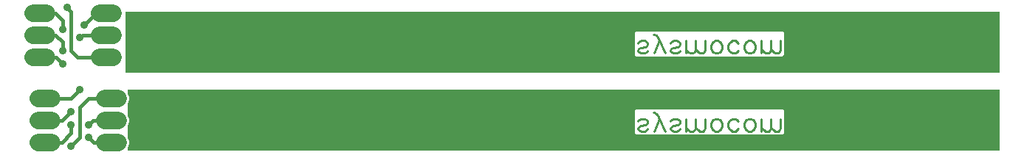
<source format=gbr>
G04 start of page 3 for group 1 idx 1 *
G04 Title: 4FF-FFC, bottom *
G04 Creator: pcb 20140316 *
G04 CreationDate: Fr 01 Apr 2016 11:12:18 GMT UTC *
G04 For: laforge *
G04 Format: Gerber/RS-274X *
G04 PCB-Dimensions (mil): 6000.00 5000.00 *
G04 PCB-Coordinate-Origin: lower left *
%MOIN*%
%FSLAX25Y25*%
%LNBOTTOM*%
%ADD23C,0.0197*%
%ADD22C,0.0354*%
%ADD21C,0.0787*%
%ADD20C,0.0100*%
%ADD19C,0.0157*%
%ADD18C,0.0001*%
G54D18*G36*
X317645Y486220D02*X448819D01*
Y458661D01*
X317645D01*
Y466002D01*
X350514Y466007D01*
X350667Y466044D01*
X350812Y466104D01*
X350947Y466186D01*
X351066Y466288D01*
X351168Y466408D01*
X351251Y466542D01*
X351311Y466688D01*
X351348Y466841D01*
X351357Y466998D01*
X351348Y476555D01*
X351311Y476708D01*
X351251Y476853D01*
X351168Y476987D01*
X351066Y477107D01*
X350947Y477209D01*
X350812Y477291D01*
X350667Y477352D01*
X350514Y477388D01*
X350357Y477398D01*
X317645Y477393D01*
Y486220D01*
G37*
G36*
X54134D02*X317645D01*
Y477393D01*
X284776Y477388D01*
X284623Y477352D01*
X284478Y477291D01*
X284343Y477209D01*
X284224Y477107D01*
X284122Y476987D01*
X284039Y476853D01*
X283979Y476708D01*
X283942Y476555D01*
X283933Y476398D01*
X283942Y466841D01*
X283979Y466688D01*
X284039Y466542D01*
X284122Y466408D01*
X284224Y466288D01*
X284343Y466186D01*
X284478Y466104D01*
X284623Y466044D01*
X284776Y466007D01*
X284933Y465998D01*
X317645Y466002D01*
Y458661D01*
X54134D01*
Y486220D01*
G37*
G36*
X317645Y450787D02*X448819D01*
Y423228D01*
X317645D01*
Y430569D01*
X350514Y430574D01*
X350667Y430611D01*
X350812Y430671D01*
X350947Y430753D01*
X351066Y430855D01*
X351168Y430975D01*
X351251Y431109D01*
X351311Y431255D01*
X351348Y431408D01*
X351357Y431565D01*
X351348Y441122D01*
X351311Y441275D01*
X351251Y441420D01*
X351168Y441554D01*
X351066Y441674D01*
X350947Y441776D01*
X350812Y441858D01*
X350667Y441919D01*
X350514Y441955D01*
X350357Y441965D01*
X317645Y441960D01*
Y450787D01*
G37*
G36*
X55118D02*X317645D01*
Y441960D01*
X284776Y441955D01*
X284623Y441919D01*
X284478Y441858D01*
X284343Y441776D01*
X284224Y441674D01*
X284122Y441554D01*
X284039Y441420D01*
X283979Y441275D01*
X283942Y441122D01*
X283933Y440965D01*
X283942Y431408D01*
X283979Y431255D01*
X284039Y431109D01*
X284122Y430975D01*
X284224Y430855D01*
X284343Y430753D01*
X284478Y430671D01*
X284623Y430611D01*
X284776Y430574D01*
X284933Y430565D01*
X317645Y430569D01*
Y423228D01*
X55118D01*
Y424690D01*
X55379Y425320D01*
X55561Y426076D01*
X55622Y426850D01*
X55561Y427625D01*
X55379Y428381D01*
X55118Y429011D01*
Y434690D01*
X55379Y435320D01*
X55561Y436076D01*
X55622Y436850D01*
X55561Y437625D01*
X55379Y438381D01*
X55118Y439011D01*
Y444690D01*
X55379Y445320D01*
X55561Y446076D01*
X55622Y446850D01*
X55561Y447625D01*
X55379Y448381D01*
X55118Y449011D01*
Y450787D01*
G37*
G54D19*X32480Y465551D02*X29528Y468504D01*
X34606Y475551D02*X33465Y474409D01*
X29528Y446850D02*X33465Y450787D01*
X17717Y436850D02*X25433D01*
X29528Y440945D01*
X17717Y426850D02*X25276D01*
X29528Y431102D01*
Y435039D01*
X33465Y442913D02*Y429134D01*
X29528Y425197D01*
X17717Y446850D02*X29528D01*
X15276Y475551D02*X22480D01*
X25591Y472441D01*
X22323Y485551D02*X25591Y482283D01*
Y478346D01*
X15276Y485551D02*X22323D01*
X15276Y465551D02*X22638D01*
X25591Y462598D01*
Y472441D02*Y468504D01*
X45276Y465551D02*X32480D01*
X29528Y468504D02*Y486220D01*
X27559Y488189D01*
X45276Y485551D02*X40669D01*
X35433Y480315D01*
X45276Y475551D02*X34606D01*
X47717Y446850D02*X37402D01*
X33465Y442913D01*
X47717Y436850D02*X39213D01*
X37402Y435039D01*
X47717Y426850D02*X39685D01*
X37402Y429134D01*
G54D20*X289830Y433262D02*X289431Y432464D01*
X288230Y432065D01*
X287031D02*X288230D01*
X287031D02*X285830Y432464D01*
X285433Y433262D01*
X285830Y434064D01*
X286630Y434465D01*
X288631Y434864D01*
X289431Y435263D01*
X289830Y436063D01*
Y436464D01*
X289431Y437262D01*
X288230Y437663D01*
X287031D02*X288230D01*
X287031D02*X285830Y437262D01*
X285433Y436464D01*
X292749Y432065D02*X295150Y437663D01*
X297550Y432065D02*X295150Y437663D01*
X294350Y439261D01*
X293552Y440064D01*
X292749Y440465D01*
X292350D02*X292749D01*
X304467Y433262D02*X304068Y432464D01*
X302867Y432065D01*
X301668D02*X302867D01*
X301668D02*X300467Y432464D01*
X300070Y433262D01*
X300467Y434064D01*
X301267Y434465D01*
X303268Y434864D01*
X304068Y435263D01*
X304467Y436063D01*
Y436464D01*
X304068Y437262D01*
X302867Y437663D01*
X301668D02*X302867D01*
X301668D02*X300467Y437262D01*
X300070Y436464D01*
X306987Y432065D02*Y437663D01*
Y433663D02*X308184Y432462D01*
X308987Y432065D01*
X310186D01*
X310986Y432462D01*
X311385Y433663D01*
Y437663D01*
Y433663D02*X312586Y432462D01*
X313384Y432065D01*
X314585D01*
X315383Y432462D01*
X315784Y433663D01*
Y437663D01*
X320304Y432065D02*X319501Y432462D01*
X318701Y433262D01*
X318304Y434461D01*
Y435263D01*
X318701Y436462D01*
X319501Y437262D01*
X320304Y437663D01*
X321503D01*
X322303Y437262D01*
X323101Y436462D01*
X323502Y435263D01*
Y434461D02*Y435263D01*
Y434461D02*X323101Y433262D01*
X322303Y432462D01*
X321503Y432065D01*
X320304D02*X321503D01*
X330823Y433262D02*X330020Y432462D01*
X329222Y432065D01*
X328021D02*X329222D01*
X328021D02*X327223Y432462D01*
X326421Y433262D01*
X326022Y434461D01*
Y435263D01*
X326421Y436462D01*
X327223Y437262D01*
X328021Y437663D01*
X329222D01*
X330020Y437262D01*
X330823Y436462D01*
X335342Y432065D02*X334540Y432462D01*
X333739Y433262D01*
X333343Y434461D01*
Y435263D01*
X333739Y436462D01*
X334540Y437262D01*
X335342Y437663D01*
X336541D01*
X337341Y437262D01*
X338139Y436462D01*
X338540Y435263D01*
Y434461D02*Y435263D01*
Y434461D02*X338139Y433262D01*
X337341Y432462D01*
X336541Y432065D01*
X335342D02*X336541D01*
X341060D02*Y437663D01*
Y433663D02*X342257Y432462D01*
X343059Y432065D01*
X344258D01*
X345058Y432462D01*
X345457Y433663D01*
Y437663D01*
Y433663D02*X346659Y432462D01*
X347457Y432065D01*
X348658D01*
X349456Y432462D01*
X349857Y433663D01*
Y437663D01*
X289830Y468695D02*X289431Y467897D01*
X288230Y467498D01*
X287031D02*X288230D01*
X287031D02*X285830Y467897D01*
X285433Y468695D01*
X285830Y469497D01*
X286630Y469898D01*
X288631Y470297D01*
X289431Y470696D01*
X289830Y471496D01*
Y471897D01*
X289431Y472695D01*
X288230Y473096D01*
X287031D02*X288230D01*
X287031D02*X285830Y472695D01*
X285433Y471897D01*
X292749Y467498D02*X295150Y473096D01*
X297550Y467498D02*X295150Y473096D01*
X294350Y474694D01*
X293552Y475497D01*
X292749Y475898D01*
X292350D02*X292749D01*
X304467Y468695D02*X304068Y467897D01*
X302867Y467498D01*
X301668D02*X302867D01*
X301668D02*X300467Y467897D01*
X300070Y468695D01*
X300467Y469497D01*
X301267Y469898D01*
X303268Y470297D01*
X304068Y470696D01*
X304467Y471496D01*
Y471897D01*
X304068Y472695D01*
X302867Y473096D01*
X301668D02*X302867D01*
X301668D02*X300467Y472695D01*
X300070Y471897D01*
X306987Y467498D02*Y473096D01*
Y469096D02*X308184Y467895D01*
X308987Y467498D01*
X310186D01*
X310986Y467895D01*
X311385Y469096D01*
Y473096D01*
Y469096D02*X312586Y467895D01*
X313384Y467498D01*
X314585D01*
X315383Y467895D01*
X315784Y469096D01*
Y473096D01*
X320304Y467498D02*X319501Y467895D01*
X318701Y468695D01*
X318304Y469894D01*
Y470696D01*
X318701Y471895D01*
X319501Y472695D01*
X320304Y473096D01*
X321503D01*
X322303Y472695D01*
X323101Y471895D01*
X323502Y470696D01*
Y469894D02*Y470696D01*
Y469894D02*X323101Y468695D01*
X322303Y467895D01*
X321503Y467498D01*
X320304D02*X321503D01*
X330823Y468695D02*X330020Y467895D01*
X329222Y467498D01*
X328021D02*X329222D01*
X328021D02*X327223Y467895D01*
X326421Y468695D01*
X326022Y469894D01*
Y470696D01*
X326421Y471895D01*
X327223Y472695D01*
X328021Y473096D01*
X329222D01*
X330020Y472695D01*
X330823Y471895D01*
X335342Y467498D02*X334540Y467895D01*
X333739Y468695D01*
X333343Y469894D01*
Y470696D01*
X333739Y471895D01*
X334540Y472695D01*
X335342Y473096D01*
X336541D01*
X337341Y472695D01*
X338139Y471895D01*
X338540Y470696D01*
Y469894D02*Y470696D01*
Y469894D02*X338139Y468695D01*
X337341Y467895D01*
X336541Y467498D01*
X335342D02*X336541D01*
X341060D02*Y473096D01*
Y469096D02*X342257Y467895D01*
X343059Y467498D01*
X344258D01*
X345058Y467895D01*
X345457Y469096D01*
Y473096D01*
Y469096D02*X346659Y467895D01*
X347457Y467498D01*
X348658D01*
X349456Y467895D01*
X349857Y469096D01*
Y473096D01*
G54D21*X12323Y465551D02*X18228D01*
X12323Y475551D02*X18228D01*
X12323Y485551D02*X18228D01*
X42323Y465551D02*X48228D01*
X42323Y475551D02*X48228D01*
X42323Y485551D02*X48228D01*
X44764Y446850D02*X50669D01*
X14764D02*X20669D01*
X14764Y436850D02*X20669D01*
X14764Y426850D02*X20669D01*
X44764Y436850D02*X50669D01*
X44764Y426850D02*X50669D01*
G54D22*X29528Y435039D03*
X25591Y462598D03*
Y468504D03*
Y478346D03*
X27559Y488189D03*
X33465Y474409D03*
X35433Y480315D03*
X29528Y440945D03*
X33465Y450787D03*
X37402Y435039D03*
Y429134D03*
X29528Y425197D03*
G54D23*M02*

</source>
